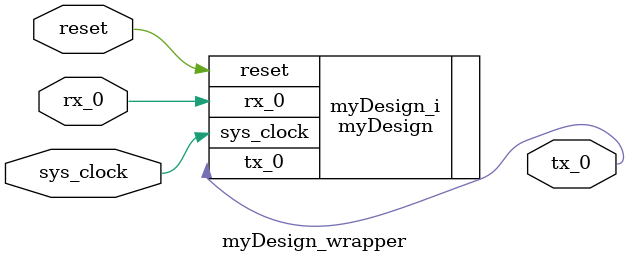
<source format=v>
`timescale 1 ps / 1 ps

module myDesign_wrapper
   (reset,
    rx_0,
    sys_clock,
    tx_0);
  input reset;
  input rx_0;
  input sys_clock;
  output tx_0;

  wire reset;
  wire rx_0;
  wire sys_clock;
  wire tx_0;

  myDesign myDesign_i
       (.reset(reset),
        .rx_0(rx_0),
        .sys_clock(sys_clock),
        .tx_0(tx_0));
endmodule

</source>
